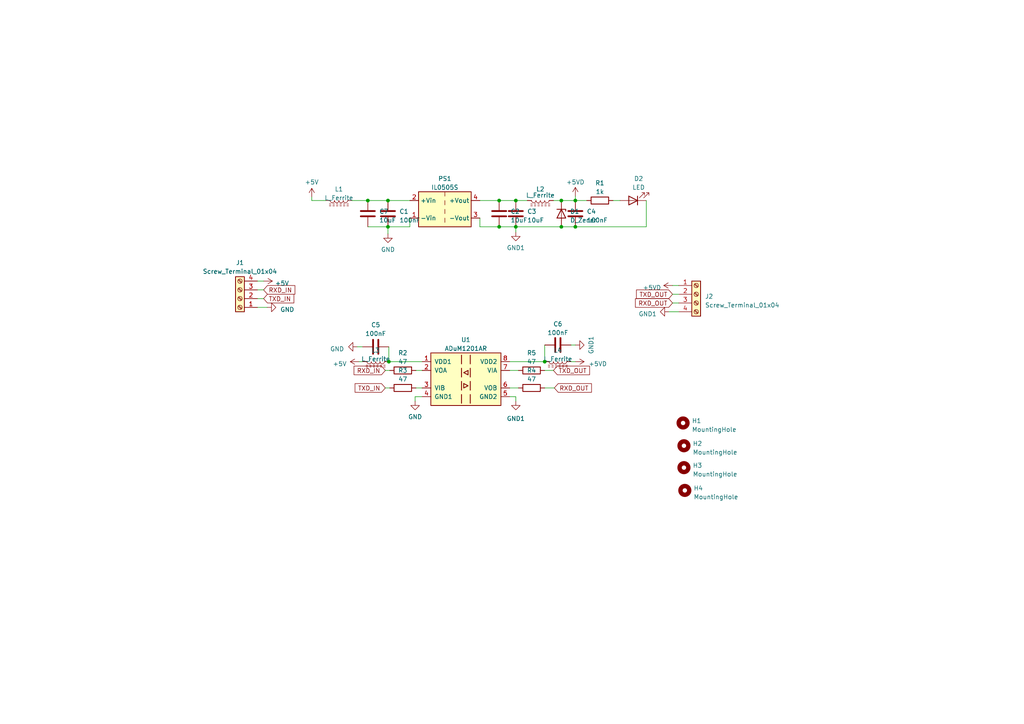
<source format=kicad_sch>
(kicad_sch (version 20230121) (generator eeschema)
  (paper "A4")
  (lib_symbols
    (symbol "Connector:Screw_Terminal_01x04" (pin_names (offset 1.016) hide)
      (property "Reference" "J" (at 0 5.08 0))
      (property "Value" "Screw_Terminal_01x04" (at 0 -7.62 0))
      (symbol "Screw_Terminal_01x04_1_1"
        (rectangle (start -1.27 3.81) (end 1.27 -6.35) (stroke (width 0.254)) (fill (type background)))
        (circle (center 0 -5.08) (radius 0.635) (stroke (width 0.1524)))
        (circle (center 0 -2.54) (radius 0.635) (stroke (width 0.1524)))
        (polyline (pts (xy -0.5334 -4.7498) (xy 0.3302 -5.588)) (stroke (width 0.1524)))
        (polyline (pts (xy -0.5334 -2.2098) (xy 0.3302 -3.048)) (stroke (width 0.1524)))
        (polyline (pts (xy -0.5334 0.3302) (xy 0.3302 -0.508)) (stroke (width 0.1524)))
        (polyline (pts (xy -0.5334 2.8702) (xy 0.3302 2.032)) (stroke (width 0.1524)))
        (polyline (pts (xy -0.3556 -4.572) (xy 0.508 -5.4102)) (stroke (width 0.1524)))
        (polyline (pts (xy -0.3556 -2.032) (xy 0.508 -2.8702)) (stroke (width 0.1524)))
        (polyline (pts (xy -0.3556 0.508) (xy 0.508 -0.3302)) (stroke (width 0.1524)))
        (polyline (pts (xy -0.3556 3.048) (xy 0.508 2.2098)) (stroke (width 0.1524)))
        (circle (center 0 0) (radius 0.635) (stroke (width 0.1524)))
        (circle (center 0 2.54) (radius 0.635) (stroke (width 0.1524)))
        (pin passive line (at -5.08 2.54 0) (length 3.81) (name "Pin_1") (number "1"))
        (pin passive line (at -5.08 0 0) (length 3.81) (name "Pin_2") (number "2"))
        (pin passive line (at -5.08 -2.54 0) (length 3.81) (name "Pin_3") (number "3"))
        (pin passive line (at -5.08 -5.08 0) (length 3.81) (name "Pin_4") (number "4"))
      )
    )
    (symbol "Device:C" (pin_numbers hide) (pin_names (offset 0.254))
      (property "Reference" "C" (at 0.635 2.54 0))
      (property "Value" "C" (at 0.635 -2.54 0))
      (symbol "C_0_1"
        (polyline (pts (xy -2.032 -0.762) (xy 2.032 -0.762)) (stroke (width 0.508)))
        (polyline (pts (xy -2.032 0.762) (xy 2.032 0.762)) (stroke (width 0.508)))
      )
      (symbol "C_1_1"
        (pin passive line (at 0 3.81 270) (length 2.794) (name "~") (number "1"))
        (pin passive line (at 0 -3.81 90) (length 2.794) (name "~") (number "2"))
      )
    )
    (symbol "Device:D_Zener" (pin_numbers hide) (pin_names (offset 1.016) hide)
      (property "Reference" "D" (at 0 2.54 0))
      (property "Value" "D_Zener" (at 0 -2.54 0))
      (symbol "D_Zener_0_1"
        (polyline (pts (xy 1.27 0) (xy -1.27 0)))
        (polyline (pts (xy -1.27 -1.27) (xy -1.27 1.27) (xy -0.762 1.27)) (stroke (width 0.254)))
        (polyline (pts (xy 1.27 -1.27) (xy 1.27 1.27) (xy -1.27 0) (xy 1.27 -1.27)) (stroke (width 0.254)))
      )
      (symbol "D_Zener_1_1"
        (pin passive line (at -3.81 0 0) (length 2.54) (name "K") (number "1"))
        (pin passive line (at 3.81 0 180) (length 2.54) (name "A") (number "2"))
      )
    )
    (symbol "Device:LED" (pin_numbers hide) (pin_names (offset 1.016) hide)
      (property "Reference" "D" (at 0 2.54 0))
      (property "Value" "LED" (at 0 -2.54 0))
      (symbol "LED_0_1"
        (polyline (pts (xy -1.27 -1.27) (xy -1.27 1.27)) (stroke (width 0.254)))
        (polyline (pts (xy -1.27 0) (xy 1.27 0)))
        (polyline (pts (xy 1.27 -1.27) (xy 1.27 1.27) (xy -1.27 0) (xy 1.27 -1.27)) (stroke (width 0.254)))
        (polyline (pts (xy -3.048 -0.762) (xy -4.572 -2.286) (xy -3.81 -2.286) (xy -4.572 -2.286) (xy -4.572 -1.524)))
        (polyline (pts (xy -1.778 -0.762) (xy -3.302 -2.286) (xy -2.54 -2.286) (xy -3.302 -2.286) (xy -3.302 -1.524)))
      )
      (symbol "LED_1_1"
        (pin passive line (at -3.81 0 0) (length 2.54) (name "K") (number "1"))
        (pin passive line (at 3.81 0 180) (length 2.54) (name "A") (number "2"))
      )
    )
    (symbol "Device:L_Ferrite" (pin_numbers hide) (pin_names (offset 1.016) hide)
      (property "Reference" "L" (at -1.27 0 90))
      (property "Value" "L_Ferrite" (at 2.794 0 90))
      (symbol "L_Ferrite_0_1"
        (arc (start 0 -2.54) (mid 0.6323 -1.905) (end 0 -1.27))
        (arc (start 0 -1.27) (mid 0.6323 -0.635) (end 0 0))
        (polyline (pts (xy 1.016 -2.794) (xy 1.016 -2.286)))
        (polyline (pts (xy 1.016 -1.778) (xy 1.016 -1.27)))
        (polyline (pts (xy 1.016 -0.762) (xy 1.016 -0.254)))
        (polyline (pts (xy 1.016 0.254) (xy 1.016 0.762)))
        (polyline (pts (xy 1.016 1.27) (xy 1.016 1.778)))
        (polyline (pts (xy 1.016 2.286) (xy 1.016 2.794)))
        (polyline (pts (xy 1.524 -2.286) (xy 1.524 -2.794)))
        (polyline (pts (xy 1.524 -1.27) (xy 1.524 -1.778)))
        (polyline (pts (xy 1.524 -0.254) (xy 1.524 -0.762)))
        (polyline (pts (xy 1.524 0.762) (xy 1.524 0.254)))
        (polyline (pts (xy 1.524 1.778) (xy 1.524 1.27)))
        (polyline (pts (xy 1.524 2.794) (xy 1.524 2.286)))
        (arc (start 0 0) (mid 0.6323 0.635) (end 0 1.27))
        (arc (start 0 1.27) (mid 0.6323 1.905) (end 0 2.54))
      )
      (symbol "L_Ferrite_1_1"
        (pin passive line (at 0 3.81 270) (length 1.27) (name "1") (number "1"))
        (pin passive line (at 0 -3.81 90) (length 1.27) (name "2") (number "2"))
      )
    )
    (symbol "Device:R" (pin_numbers hide) (pin_names (offset 0))
      (property "Reference" "R" (at 2.032 0 90))
      (property "Value" "R" (at 0 0 90))
      (symbol "R_0_1"
        (rectangle (start -1.016 -2.54) (end 1.016 2.54) (stroke (width 0.254)))
      )
      (symbol "R_1_1"
        (pin passive line (at 0 3.81 270) (length 1.27) (name "~") (number "1"))
        (pin passive line (at 0 -3.81 90) (length 1.27) (name "~") (number "2"))
      )
    )
    (symbol "Isolated-Serial-PCB:IL0505S"
      (property "Reference" "PS" (at 17.78 5.08 0))
      (property "Value" "IL0505S" (at 5.08 5.08 0))
      (symbol "IL0505S_0_0"
        (pin power_in line (at 2.54 -5.08 0) (length 2.54) (name "-Vin") (number "1"))
        (pin power_in line (at 2.54 0 0) (length 2.54) (name "+Vin") (number "2"))
        (pin power_out line (at 22.86 -5.08 180) (length 2.54) (name "-Vout") (number "3"))
        (pin power_out line (at 22.86 0 180) (length 2.54) (name "+Vout") (number "4"))
      )
      (symbol "IL0505S_0_1"
        (polyline (pts (xy 12.7 -5.08) (xy 12.7 -6.35)))
        (polyline (pts (xy 12.7 -2.54) (xy 12.7 -3.81)))
        (polyline (pts (xy 12.7 0) (xy 12.7 -1.27)))
        (polyline (pts (xy 12.7 2.54) (xy 12.7 1.27)))
        (rectangle (start 5.08 2.54) (end 20.32 -7.62) (stroke (width 0.254)) (fill (type background)))
      )
    )
    (symbol "Isolator:ADuM1201AR" (pin_names (offset 1.016))
      (property "Reference" "U" (at -10.16 8.89 0))
      (property "Value" "ADuM1201AR" (at -2.032 8.89 0))
      (symbol "ADuM1201AR_0_1"
        (rectangle (start -10.16 7.62) (end 10.16 -7.62) (stroke (width 0.254)) (fill (type background)))
        (polyline (pts (xy -1.27 -4.445) (xy -1.27 -6.985)) (stroke (width 0.254)))
        (polyline (pts (xy -1.27 -0.635) (xy -1.27 -3.175)) (stroke (width 0.254)))
        (polyline (pts (xy -1.27 3.175) (xy -1.27 0.635)) (stroke (width 0.254)))
        (polyline (pts (xy -1.27 6.985) (xy -1.27 4.445)) (stroke (width 0.254)))
        (polyline (pts (xy 1.27 -4.445) (xy 1.27 -6.985)) (stroke (width 0.254)))
        (polyline (pts (xy 1.27 -0.635) (xy 1.27 -3.175)) (stroke (width 0.254)))
        (polyline (pts (xy 1.27 3.175) (xy 1.27 0.635)) (stroke (width 0.254)))
        (polyline (pts (xy 1.27 6.985) (xy 1.27 4.445)) (stroke (width 0.254)))
        (polyline (pts (xy -0.635 -1.27) (xy -0.635 -2.54) (xy 0.635 -1.905) (xy -0.635 -1.27)) (stroke (width 0.254)))
        (polyline (pts (xy 0.635 2.54) (xy 0.635 1.27) (xy -0.635 1.905) (xy 0.635 2.54)) (stroke (width 0.254)))
      )
      (symbol "ADuM1201AR_1_1"
        (pin power_in line (at -12.7 5.08 0) (length 2.54) (name "VDD1") (number "1"))
        (pin output line (at -12.7 2.54 0) (length 2.54) (name "VOA") (number "2"))
        (pin input line (at -12.7 -2.54 0) (length 2.54) (name "VIB") (number "3"))
        (pin power_in line (at -12.7 -5.08 0) (length 2.54) (name "GND1") (number "4"))
        (pin power_in line (at 12.7 -5.08 180) (length 2.54) (name "GND2") (number "5"))
        (pin output line (at 12.7 -2.54 180) (length 2.54) (name "VOB") (number "6"))
        (pin input line (at 12.7 2.54 180) (length 2.54) (name "VIA") (number "7"))
        (pin power_in line (at 12.7 5.08 180) (length 2.54) (name "VDD2") (number "8"))
      )
    )
    (symbol "Mechanical:MountingHole" (pin_names (offset 1.016))
      (property "Reference" "H" (at 0 5.08 0))
      (property "Value" "MountingHole" (at 0 3.175 0))
      (symbol "MountingHole_0_1"
        (circle (center 0 0) (radius 1.27) (stroke (width 1.27)))
      )
    )
    (symbol "power:+5V" (power) (pin_names (offset 0))
      (property "Value" "+5V" (at 0 3.556 0))
      (symbol "+5V_0_1"
        (polyline (pts (xy -0.762 1.27) (xy 0 2.54)))
        (polyline (pts (xy 0 0) (xy 0 2.54)))
        (polyline (pts (xy 0 2.54) (xy 0.762 1.27)))
      )
      (symbol "+5V_1_1"
        (pin power_in line (at 0 0 90) (length 0) hide (name "+5V") (number "1"))
      )
    )
    (symbol "power:+5VD" (power) (pin_names (offset 0))
      (property "Value" "+5VD" (at 0 3.556 0))
      (symbol "+5VD_0_1"
        (polyline (pts (xy -0.762 1.27) (xy 0 2.54)))
        (polyline (pts (xy 0 0) (xy 0 2.54)))
        (polyline (pts (xy 0 2.54) (xy 0.762 1.27)))
      )
      (symbol "+5VD_1_1"
        (pin power_in line (at 0 0 90) (length 0) hide (name "+5VD") (number "1"))
      )
    )
    (symbol "power:GND" (power) (pin_names (offset 0))
      (property "Value" "GND" (at 0 -3.81 0))
      (symbol "GND_0_1"
        (polyline (pts (xy 0 0) (xy 0 -1.27) (xy 1.27 -1.27) (xy 0 -2.54) (xy -1.27 -1.27) (xy 0 -1.27)))
      )
      (symbol "GND_1_1"
        (pin power_in line (at 0 0 270) (length 0) hide (name "GND") (number "1"))
      )
    )
    (symbol "power:GND1" (power) (pin_names (offset 0))
      (property "Value" "GND1" (at 0 -3.81 0))
      (symbol "GND1_0_1"
        (polyline (pts (xy 0 0) (xy 0 -1.27) (xy 1.27 -1.27) (xy 0 -2.54) (xy -1.27 -1.27) (xy 0 -1.27)))
      )
      (symbol "GND1_1_1"
        (pin power_in line (at 0 0 270) (length 0) hide (name "GND1") (number "1"))
      )
    )
  )
  (junction (at 144.78 58.166))
  (junction (at 166.878 58.166))
  (junction (at 149.606 58.166))
  (junction (at 162.814 58.166))
  (junction (at 144.78 65.786))
  (junction (at 112.522 58.166))
  (junction (at 166.878 65.786))
  (junction (at 112.776 104.902))
  (junction (at 149.606 65.786))
  (junction (at 112.522 65.786))
  (junction (at 162.814 65.786))
  (junction (at 106.68 58.166))
  (junction (at 157.988 104.902))
  (wire (pts (xy 112.522 65.786) (xy 112.522 67.818)))
  (wire (pts (xy 157.988 112.522) (xy 160.782 112.522)))
  (wire (pts (xy 139.192 65.786) (xy 144.78 65.786)))
  (wire (pts (xy 103.632 100.584) (xy 105.156 100.584)))
  (wire (pts (xy 149.606 58.166) (xy 152.908 58.166)))
  (wire (pts (xy 157.988 107.442) (xy 160.528 107.442)))
  (wire (pts (xy 162.814 65.786) (xy 166.878 65.786)))
  (wire (pts (xy 112.776 100.584) (xy 112.776 104.902)))
  (wire (pts (xy 157.988 100.076) (xy 157.988 104.902)))
  (wire (pts (xy 90.424 58.166) (xy 94.488 58.166)))
  (wire (pts (xy 112.522 58.166) (xy 118.872 58.166)))
  (wire (pts (xy 74.676 81.534) (xy 76.454 81.534)))
  (wire (pts (xy 147.828 112.522) (xy 150.368 112.522)))
  (wire (pts (xy 187.452 58.166) (xy 187.452 65.786)))
  (wire (pts (xy 120.396 115.062) (xy 120.396 116.332)))
  (wire (pts (xy 194.056 90.424) (xy 196.85 90.424)))
  (wire (pts (xy 139.192 58.166) (xy 144.78 58.166)))
  (wire (pts (xy 118.872 63.246) (xy 118.872 65.786)))
  (wire (pts (xy 166.878 58.166) (xy 170.18 58.166)))
  (wire (pts (xy 144.78 65.786) (xy 149.606 65.786)))
  (wire (pts (xy 177.8 58.166) (xy 179.832 58.166)))
  (wire (pts (xy 118.872 65.786) (xy 112.522 65.786)))
  (wire (pts (xy 195.072 85.344) (xy 196.85 85.344)))
  (wire (pts (xy 111.76 112.522) (xy 113.03 112.522)))
  (wire (pts (xy 122.428 115.062) (xy 120.396 115.062)))
  (wire (pts (xy 187.452 65.786) (xy 166.878 65.786)))
  (wire (pts (xy 120.65 107.442) (xy 122.428 107.442)))
  (wire (pts (xy 165.608 104.902) (xy 166.878 104.902)))
  (wire (pts (xy 90.424 57.15) (xy 90.424 58.166)))
  (wire (pts (xy 102.108 58.166) (xy 106.68 58.166)))
  (wire (pts (xy 144.78 58.166) (xy 149.606 58.166)))
  (wire (pts (xy 195.072 82.804) (xy 196.85 82.804)))
  (wire (pts (xy 120.65 112.522) (xy 122.428 112.522)))
  (wire (pts (xy 149.606 65.786) (xy 149.606 67.31)))
  (wire (pts (xy 147.828 107.442) (xy 150.368 107.442)))
  (wire (pts (xy 106.68 65.786) (xy 112.522 65.786)))
  (wire (pts (xy 106.68 58.166) (xy 112.522 58.166)))
  (wire (pts (xy 147.828 115.062) (xy 149.606 115.062)))
  (wire (pts (xy 112.776 104.902) (xy 122.428 104.902)))
  (wire (pts (xy 165.608 100.076) (xy 166.878 100.076)))
  (wire (pts (xy 149.606 65.786) (xy 162.814 65.786)))
  (wire (pts (xy 149.606 115.062) (xy 149.606 116.332)))
  (wire (pts (xy 147.828 104.902) (xy 157.988 104.902)))
  (wire (pts (xy 160.528 58.166) (xy 162.814 58.166)))
  (wire (pts (xy 166.878 56.896) (xy 166.878 58.166)))
  (wire (pts (xy 74.676 86.614) (xy 76.454 86.614)))
  (wire (pts (xy 74.676 84.074) (xy 76.454 84.074)))
  (wire (pts (xy 139.192 63.246) (xy 139.192 65.786)))
  (wire (pts (xy 104.14 104.902) (xy 105.156 104.902)))
  (wire (pts (xy 195.072 87.884) (xy 196.85 87.884)))
  (wire (pts (xy 74.676 89.154) (xy 77.47 89.154)))
  (wire (pts (xy 111.76 107.442) (xy 113.03 107.442)))
  (wire (pts (xy 162.814 58.166) (xy 166.878 58.166)))
  (global_label "TXD_OUT" (shape input) (at 160.528 107.442 0) (property "Intersheetrefs" "${INTERSHEET_REFS}" (effects hide)))
  (global_label "RXD_OUT" (shape input) (at 160.782 112.522 0) (property "Intersheetrefs" "${INTERSHEET_REFS}" (effects hide)))
  (global_label "RXD_IN" (shape input) (at 111.76 107.442 180) (property "Intersheetrefs" "${INTERSHEET_REFS}" (effects hide)))
  (global_label "TXD_OUT" (shape input) (at 195.072 85.344 180) (property "Intersheetrefs" "${INTERSHEET_REFS}" (effects hide)))
  (global_label "RXD_IN" (shape input) (at 76.454 84.074 0) (property "Intersheetrefs" "${INTERSHEET_REFS}" (effects hide)))
  (global_label "RXD_OUT" (shape input) (at 195.072 87.884 180) (property "Intersheetrefs" "${INTERSHEET_REFS}" (effects hide)))
  (global_label "TXD_IN" (shape input) (at 111.76 112.522 180) (property "Intersheetrefs" "${INTERSHEET_REFS}" (effects hide)))
  (global_label "TXD_IN" (shape input) (at 76.454 86.614 0) (property "Intersheetrefs" "${INTERSHEET_REFS}" (effects hide)))
  (symbol (lib_id "power:GND1") (at 149.606 67.31 0) (unit 1)
    (property "Reference" "#PWR03" (effects hide))
    (property "Value" "GND1" (at 149.606 71.882 0))
  )
  (symbol (lib_id "Device:L_Ferrite") (at 98.298 58.166 270) (unit 1)
    (property "Reference" "L1" (at 98.298 54.864 90))
    (property "Value" "L_Ferrite" (at 98.298 57.404 90))
    (property "Footprint" "Inductor_SMD:L_0603_1608Metric" (effects hide))
  )
  (symbol (lib_id "power:+5V") (at 104.14 104.902 90) (unit 1)
    (property "Reference" "#PWR05" (effects hide))
    (property "Value" "+5V" (at 100.584 105.537 90) (effects (justify left)))
  )
  (symbol (lib_id "Device:L_Ferrite") (at 161.798 104.902 270) (unit 1)
    (property "Reference" "L4" (at 161.798 101.6 90))
    (property "Value" "L_Ferrite" (at 161.798 104.14 90))
    (property "Footprint" "Inductor_SMD:L_0603_1608Metric" (effects hide))
  )
  (symbol (lib_id "power:GND") (at 112.522 67.818 0) (unit 1)
    (property "Reference" "#PWR02" (effects hide))
    (property "Value" "GND" (at 112.522 72.39 0))
  )
  (symbol (lib_id "Mechanical:MountingHole") (at 198.12 122.682 0) (unit 1)
    (property "Reference" "H1" (at 200.66 122.047 0) (effects (justify left)))
    (property "Value" "MountingHole" (at 200.66 124.587 0) (effects (justify left)))
    (property "Footprint" "MountingHole:MountingHole_3.2mm_M3_Pad_Via" (effects hide))
  )
  (symbol (lib_id "power:GND1") (at 166.878 100.076 90) (unit 1)
    (property "Reference" "#PWR07" (effects hide))
    (property "Value" "GND1" (at 171.45 100.076 0))
  )
  (symbol (lib_id "Device:R") (at 154.178 107.442 90) (unit 1)
    (property "Reference" "R5" (at 154.178 102.362 90))
    (property "Value" "47" (at 154.178 104.902 90))
    (property "Footprint" "Resistor_SMD:R_0603_1608Metric" (effects hide))
  )
  (symbol (lib_id "power:GND1") (at 149.606 116.332 0) (unit 1)
    (property "Reference" "#PWR08" (effects hide))
    (property "Value" "GND1" (at 149.606 121.412 0))
  )
  (symbol (lib_id "Mechanical:MountingHole") (at 198.374 135.636 0) (unit 1)
    (property "Reference" "H3" (at 200.914 135.001 0) (effects (justify left)))
    (property "Value" "MountingHole" (at 200.914 137.541 0) (effects (justify left)))
    (property "Footprint" "MountingHole:MountingHole_3.2mm_M3_Pad_Via" (effects hide))
  )
  (symbol (lib_id "Device:R") (at 116.84 107.442 90) (unit 1)
    (property "Reference" "R2" (at 116.84 102.362 90))
    (property "Value" "47" (at 116.84 104.902 90))
    (property "Footprint" "Resistor_SMD:R_0603_1608Metric" (effects hide))
  )
  (symbol (lib_id "Device:C") (at 112.522 61.976 0) (unit 1)
    (property "Reference" "C1" (at 115.824 61.341 0) (effects (justify left)))
    (property "Value" "100nF" (at 115.824 63.881 0) (effects (justify left)))
    (property "Footprint" "Capacitor_SMD:C_0603_1608Metric" (effects hide))
  )
  (symbol (lib_id "power:GND") (at 120.396 116.332 0) (unit 1)
    (property "Reference" "#PWR09" (effects hide))
    (property "Value" "GND" (at 120.396 120.904 0))
  )
  (symbol (lib_id "Device:C") (at 144.78 61.976 0) (unit 1)
    (property "Reference" "C2" (at 148.082 61.341 0) (effects (justify left)))
    (property "Value" "10uF" (at 148.082 63.881 0) (effects (justify left)))
    (property "Footprint" "Capacitor_SMD:C_0603_1608Metric" (effects hide))
  )
  (symbol (lib_id "Device:LED") (at 183.642 58.166 180) (unit 1)
    (property "Reference" "D2" (at 185.2295 51.816 0))
    (property "Value" "LED" (at 185.2295 54.356 0))
    (property "Footprint" "LED_SMD:LED_0805_2012Metric" (effects hide))
  )
  (symbol (lib_id "Device:L_Ferrite") (at 156.718 58.166 270) (unit 1)
    (property "Reference" "L2" (at 156.718 54.864 90))
    (property "Value" "L_Ferrite" (at 156.718 56.642 90))
    (property "Footprint" "Inductor_SMD:L_0603_1608Metric" (effects hide))
  )
  (symbol (lib_id "Device:R") (at 173.99 58.166 90) (unit 1)
    (property "Reference" "R1" (at 173.99 53.086 90))
    (property "Value" "1k" (at 173.99 55.626 90))
    (property "Footprint" "Resistor_SMD:R_0603_1608Metric" (effects hide))
  )
  (symbol (lib_id "Device:R") (at 154.178 112.522 90) (unit 1)
    (property "Reference" "R4" (at 154.178 107.442 90))
    (property "Value" "47" (at 154.178 109.982 90))
    (property "Footprint" "Resistor_SMD:R_0603_1608Metric" (effects hide))
  )
  (symbol (lib_id "Device:C") (at 106.68 61.976 0) (unit 1)
    (property "Reference" "C7" (at 109.982 61.341 0) (effects (justify left)))
    (property "Value" "10uF" (at 109.982 63.881 0) (effects (justify left)))
    (property "Footprint" "Capacitor_SMD:C_0805_2012Metric" (effects hide))
  )
  (symbol (lib_id "Device:C") (at 149.606 61.976 0) (unit 1)
    (property "Reference" "C3" (at 152.908 61.341 0) (effects (justify left)))
    (property "Value" "10uF" (at 152.908 63.881 0) (effects (justify left)))
    (property "Footprint" "Capacitor_SMD:C_0603_1608Metric" (effects hide))
  )
  (symbol (lib_id "Isolator:ADuM1201AR") (at 135.128 109.982 0) (unit 1)
    (property "Reference" "U1" (at 135.128 98.552 0))
    (property "Value" "ADuM1201AR" (at 135.128 101.092 0))
    (property "Footprint" "Package_SO:SOIC-8_3.9x4.9mm_P1.27mm" (effects hide))
    (property "Datasheet" "https://www.analog.com/media/en/technical-documentation/data-sheets/ADuM1200_1201.pdf" (effects hide))
  )
  (symbol (lib_id "power:+5VD") (at 195.072 82.804 90) (unit 1)
    (property "Reference" "#PWR012" (effects hide))
    (property "Value" "+5VD" (at 191.77 83.439 90) (effects (justify left)))
  )
  (symbol (lib_id "Device:L_Ferrite") (at 108.966 104.902 270) (unit 1)
    (property "Reference" "L3" (at 108.966 101.6 90))
    (property "Value" "L_Ferrite" (at 108.966 104.14 90))
    (property "Footprint" "Inductor_SMD:L_0603_1608Metric" (effects hide))
  )
  (symbol (lib_id "power:+5V") (at 90.424 57.15 0) (unit 1)
    (property "Reference" "#PWR01" (effects hide))
    (property "Value" "+5V" (at 90.424 52.832 0))
  )
  (symbol (lib_id "Device:C") (at 161.798 100.076 90) (unit 1)
    (property "Reference" "C6" (at 161.798 93.98 90))
    (property "Value" "100nF" (at 161.798 96.52 90))
    (property "Footprint" "Capacitor_SMD:C_0603_1608Metric" (effects hide))
  )
  (symbol (lib_id "Device:C") (at 108.966 100.584 90) (unit 1)
    (property "Reference" "C5" (at 108.966 94.234 90))
    (property "Value" "100nF" (at 108.966 96.774 90))
    (property "Footprint" "Capacitor_SMD:C_0603_1608Metric" (effects hide))
  )
  (symbol (lib_id "Device:D_Zener") (at 162.814 61.976 270) (unit 1)
    (property "Reference" "D1" (at 165.354 61.341 90) (effects (justify left)))
    (property "Value" "D_Zener" (at 165.354 63.881 90) (effects (justify left)))
    (property "Footprint" "Diode_THT:D_DO-35_SOD27_P10.16mm_Horizontal" (effects hide))
  )
  (symbol (lib_id "Isolated-Serial-PCB:IL0505S") (at 116.332 58.166 0) (unit 1)
    (property "Reference" "PS1" (at 129.032 51.816 0))
    (property "Value" "IL0505S" (at 129.032 54.356 0))
    (property "Footprint" "Isolated-Serial-PCB:IL0505S" (effects hide))
    (property "Datasheet" "https://www.xppower.com/portals/0/pdfs/SF_IL.pdf" (effects hide))
    (property "Mouser Part Number" "209-IL0505S" (effects hide))
    (property "Mouser Price/Stock" "https://www.mouser.co.uk/ProductDetail/XP-Power/IL0505S?qs=w%2Fv1CP2dgqqMDzpB%252BgTJVA%3D%3D" (effects hide))
    (property "Manufacturer_Name" "XP POWER" (effects hide))
    (property "Manufacturer_Part_Number" "IL0505S" (effects hide))
  )
  (symbol (lib_id "power:GND") (at 77.47 89.154 90) (unit 1)
    (property "Reference" "#PWR013" (effects hide))
    (property "Value" "GND" (at 81.28 89.789 90) (effects (justify right)))
  )
  (symbol (lib_id "power:GND") (at 103.632 100.584 270) (unit 1)
    (property "Reference" "#PWR010" (effects hide))
    (property "Value" "GND" (at 99.822 101.219 90) (effects (justify right)))
  )
  (symbol (lib_id "power:+5V") (at 76.454 81.534 270) (unit 1)
    (property "Reference" "#PWR011" (effects hide))
    (property "Value" "+5V" (at 79.756 82.169 90) (effects (justify left)))
  )
  (symbol (lib_id "Device:R") (at 116.84 112.522 90) (unit 1)
    (property "Reference" "R3" (at 116.84 107.442 90))
    (property "Value" "47" (at 116.84 109.982 90))
    (property "Footprint" "Resistor_SMD:R_0603_1608Metric" (effects hide))
  )
  (symbol (lib_id "power:GND1") (at 194.056 90.424 270) (unit 1)
    (property "Reference" "#PWR014" (effects hide))
    (property "Value" "GND1" (at 190.5 91.059 90) (effects (justify right)))
  )
  (symbol (lib_id "Device:C") (at 166.878 61.976 0) (unit 1)
    (property "Reference" "C4" (at 170.18 61.341 0) (effects (justify left)))
    (property "Value" "100nF" (at 170.18 63.881 0) (effects (justify left)))
    (property "Footprint" "Capacitor_SMD:C_0603_1608Metric" (effects hide))
  )
  (symbol (lib_id "power:+5VD") (at 166.878 104.902 270) (unit 1)
    (property "Reference" "#PWR06" (effects hide))
    (property "Value" "+5VD" (at 170.688 105.537 90) (effects (justify left)))
  )
  (symbol (lib_id "power:+5VD") (at 166.878 56.896 0) (unit 1)
    (property "Reference" "#PWR04" (effects hide))
    (property "Value" "+5VD" (at 166.878 52.832 0))
  )
  (symbol (lib_id "Connector:Screw_Terminal_01x04") (at 201.93 85.344 0) (unit 1)
    (property "Reference" "J2" (at 204.47 85.979 0) (effects (justify left)))
    (property "Value" "Screw_Terminal_01x04" (at 204.47 88.519 0) (effects (justify left)))
    (property "Footprint" "TerminalBlock_Phoenix:TerminalBlock_Phoenix_MKDS-1,5-4_1x04_P5.00mm_Horizontal" (effects hide))
  )
  (symbol (lib_id "Connector:Screw_Terminal_01x04") (at 69.596 86.614 180) (unit 1)
    (property "Reference" "J1" (at 69.596 76.2 0))
    (property "Value" "Screw_Terminal_01x04" (at 69.596 78.74 0))
    (property "Footprint" "TerminalBlock_Phoenix:TerminalBlock_Phoenix_MKDS-1,5-4_1x04_P5.00mm_Horizontal" (effects hide))
  )
  (symbol (lib_id "Mechanical:MountingHole") (at 198.374 129.286 0) (unit 1)
    (property "Reference" "H2" (at 200.914 128.651 0) (effects (justify left)))
    (property "Value" "MountingHole" (at 200.914 131.191 0) (effects (justify left)))
    (property "Footprint" "MountingHole:MountingHole_3.2mm_M3_Pad_Via" (effects hide))
  )
  (symbol (lib_id "Mechanical:MountingHole") (at 198.628 142.24 0) (unit 1)
    (property "Reference" "H4" (at 201.168 141.605 0) (effects (justify left)))
    (property "Value" "MountingHole" (at 201.168 144.145 0) (effects (justify left)))
    (property "Footprint" "MountingHole:MountingHole_3.2mm_M3_Pad_Via" (effects hide))
  )
)
</source>
